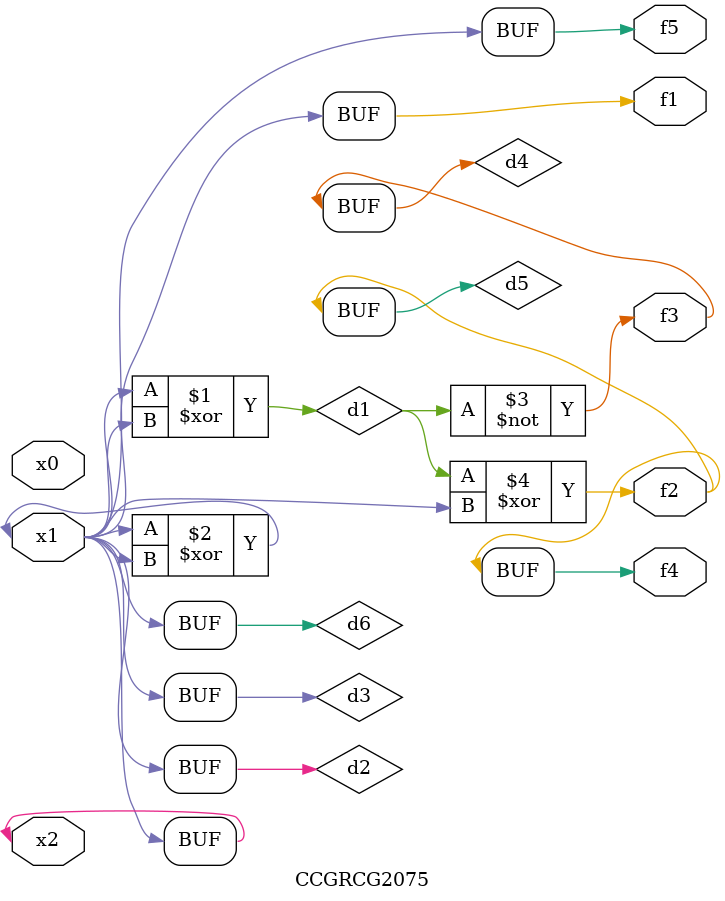
<source format=v>
module CCGRCG2075(
	input x0, x1, x2,
	output f1, f2, f3, f4, f5
);

	wire d1, d2, d3, d4, d5, d6;

	xor (d1, x1, x2);
	buf (d2, x1, x2);
	xor (d3, x1, x2);
	nor (d4, d1);
	xor (d5, d1, d2);
	buf (d6, d2, d3);
	assign f1 = d6;
	assign f2 = d5;
	assign f3 = d4;
	assign f4 = d5;
	assign f5 = d6;
endmodule

</source>
